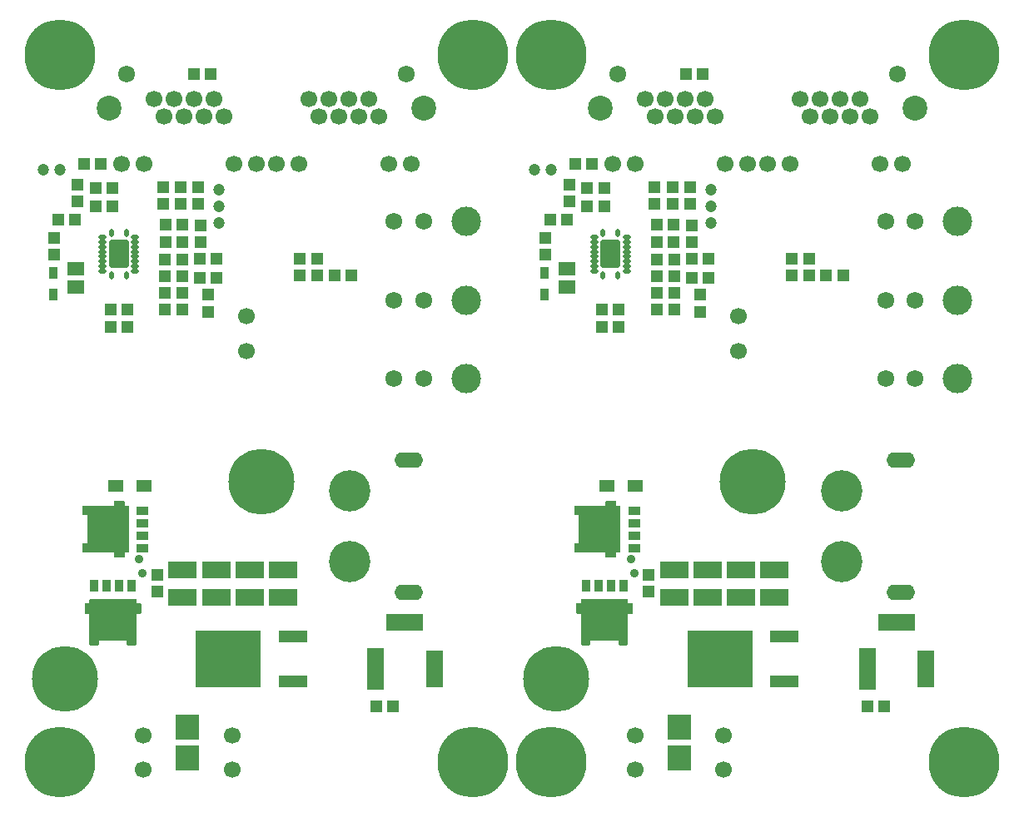
<source format=gbs>
G04*
G04 #@! TF.GenerationSoftware,Altium Limited,Altium Designer,20.0.10 (225)*
G04*
G04 Layer_Color=16711935*
%FSLAX25Y25*%
%MOIN*%
G70*
G01*
G75*
%ADD26C,0.11811*%
%ADD41R,0.13780X0.15748*%
%ADD43R,0.15748X0.13780*%
%ADD59R,0.11417X0.07087*%
%ADD60R,0.05118X0.04724*%
%ADD64R,0.04724X0.05118*%
%ADD70C,0.06787*%
%ADD71C,0.16535*%
%ADD72C,0.28347*%
%ADD73R,0.14567X0.06693*%
%ADD74R,0.06693X0.14567*%
%ADD75R,0.06693X0.16535*%
%ADD76C,0.06693*%
%ADD77C,0.09987*%
%ADD78O,0.11417X0.06299*%
%ADD79C,0.02756*%
%ADD80C,0.03543*%
%ADD81C,0.04724*%
%ADD82R,0.06693X0.05512*%
%ADD83R,0.06102X0.05118*%
%ADD84R,0.04724X0.03740*%
%ADD85R,0.03740X0.04724*%
%ADD86R,0.03740X0.04921*%
G04:AMPARAMS|DCode=87|XSize=19.68mil|YSize=33.47mil|CornerRadius=6.89mil|HoleSize=0mil|Usage=FLASHONLY|Rotation=90.000|XOffset=0mil|YOffset=0mil|HoleType=Round|Shape=RoundedRectangle|*
%AMROUNDEDRECTD87*
21,1,0.01968,0.01968,0,0,90.0*
21,1,0.00591,0.03347,0,0,90.0*
1,1,0.01378,0.00984,0.00295*
1,1,0.01378,0.00984,-0.00295*
1,1,0.01378,-0.00984,-0.00295*
1,1,0.01378,-0.00984,0.00295*
%
%ADD87ROUNDEDRECTD87*%
G04:AMPARAMS|DCode=88|XSize=19.68mil|YSize=33.47mil|CornerRadius=6.89mil|HoleSize=0mil|Usage=FLASHONLY|Rotation=180.000|XOffset=0mil|YOffset=0mil|HoleType=Round|Shape=RoundedRectangle|*
%AMROUNDEDRECTD88*
21,1,0.01968,0.01968,0,0,180.0*
21,1,0.00591,0.03347,0,0,180.0*
1,1,0.01378,-0.00295,0.00984*
1,1,0.01378,0.00295,0.00984*
1,1,0.01378,0.00295,-0.00984*
1,1,0.01378,-0.00295,-0.00984*
%
%ADD88ROUNDEDRECTD88*%
G04:AMPARAMS|DCode=89|XSize=76.77mil|YSize=116.14mil|CornerRadius=6.93mil|HoleSize=0mil|Usage=FLASHONLY|Rotation=180.000|XOffset=0mil|YOffset=0mil|HoleType=Round|Shape=RoundedRectangle|*
%AMROUNDEDRECTD89*
21,1,0.07677,0.10228,0,0,180.0*
21,1,0.06291,0.11614,0,0,180.0*
1,1,0.01386,-0.03146,0.05114*
1,1,0.01386,0.03146,0.05114*
1,1,0.01386,0.03146,-0.05114*
1,1,0.01386,-0.03146,-0.05114*
%
%ADD89ROUNDEDRECTD89*%
%ADD90R,0.11614X0.04724*%
%ADD91R,0.25984X0.22638*%
%ADD92R,0.09252X0.10433*%
%ADD93C,0.26378*%
G36*
X238260Y120371D02*
X238311Y120361D01*
X238360Y120345D01*
X238406Y120322D01*
X238449Y120293D01*
X238488Y120259D01*
X238522Y120220D01*
X238550Y120178D01*
X238573Y120131D01*
X238590Y120082D01*
X238600Y120032D01*
X238603Y119980D01*
Y118450D01*
X239882D01*
X239933Y118446D01*
X239984Y118436D01*
X240033Y118420D01*
X240079Y118397D01*
X240122Y118368D01*
X240161Y118334D01*
X240195Y118295D01*
X240224Y118252D01*
X240246Y118206D01*
X240263Y118157D01*
X240273Y118107D01*
X240276Y118055D01*
Y100079D01*
X240273Y100027D01*
X240263Y99977D01*
X240246Y99928D01*
X240224Y99882D01*
X240195Y99839D01*
X240161Y99800D01*
X240122Y99766D01*
X240079Y99737D01*
X240033Y99714D01*
X239984Y99698D01*
X239933Y99688D01*
X239882Y99684D01*
X238603D01*
Y98130D01*
X238600Y98078D01*
X238590Y98028D01*
X238573Y97979D01*
X238550Y97933D01*
X238522Y97890D01*
X238488Y97851D01*
X238449Y97817D01*
X238406Y97788D01*
X238360Y97765D01*
X238311Y97749D01*
X238260Y97739D01*
X238209Y97735D01*
X234646D01*
X234594Y97739D01*
X234544Y97749D01*
X234495Y97765D01*
X234448Y97788D01*
X234405Y97817D01*
X234367Y97851D01*
X234333Y97890D01*
X234304Y97933D01*
X234281Y97979D01*
X234265Y98028D01*
X234255Y98078D01*
X234251Y98130D01*
Y99684D01*
X222047D01*
X221996Y99688D01*
X221945Y99698D01*
X221896Y99714D01*
X221850Y99737D01*
X221807Y99766D01*
X221768Y99800D01*
X221734Y99839D01*
X221706Y99882D01*
X221683Y99928D01*
X221666Y99977D01*
X221656Y100027D01*
X221653Y100079D01*
Y103032D01*
X221656Y103083D01*
X221666Y103134D01*
X221683Y103182D01*
X221706Y103229D01*
X221734Y103272D01*
X221768Y103311D01*
X221807Y103345D01*
X221850Y103373D01*
X221896Y103396D01*
X221945Y103413D01*
X221996Y103423D01*
X222047Y103426D01*
X223523D01*
Y114684D01*
X222047D01*
X221996Y114688D01*
X221945Y114698D01*
X221896Y114714D01*
X221850Y114737D01*
X221807Y114766D01*
X221768Y114800D01*
X221734Y114839D01*
X221706Y114882D01*
X221683Y114928D01*
X221666Y114977D01*
X221656Y115027D01*
X221653Y115079D01*
Y118032D01*
X221656Y118083D01*
X221666Y118134D01*
X221683Y118183D01*
X221706Y118229D01*
X221734Y118272D01*
X221768Y118310D01*
X221807Y118344D01*
X221850Y118373D01*
X221896Y118396D01*
X221945Y118413D01*
X221996Y118423D01*
X222047Y118426D01*
X234251D01*
Y119980D01*
X234255Y120032D01*
X234265Y120082D01*
X234281Y120131D01*
X234304Y120178D01*
X234333Y120220D01*
X234367Y120259D01*
X234405Y120293D01*
X234448Y120322D01*
X234495Y120345D01*
X234544Y120361D01*
X234594Y120371D01*
X234646Y120375D01*
X238209D01*
X238260Y120371D01*
D02*
G37*
G36*
X41410D02*
X41460Y120361D01*
X41509Y120345D01*
X41556Y120322D01*
X41598Y120293D01*
X41637Y120259D01*
X41671Y120220D01*
X41700Y120178D01*
X41723Y120131D01*
X41739Y120082D01*
X41749Y120032D01*
X41753Y119980D01*
Y118450D01*
X43031D01*
X43083Y118446D01*
X43134Y118436D01*
X43183Y118420D01*
X43229Y118397D01*
X43272Y118368D01*
X43310Y118334D01*
X43345Y118295D01*
X43373Y118252D01*
X43396Y118206D01*
X43413Y118157D01*
X43423Y118107D01*
X43426Y118055D01*
Y100079D01*
X43423Y100027D01*
X43413Y99977D01*
X43396Y99928D01*
X43373Y99882D01*
X43345Y99839D01*
X43310Y99800D01*
X43272Y99766D01*
X43229Y99737D01*
X43183Y99714D01*
X43134Y99698D01*
X43083Y99688D01*
X43031Y99684D01*
X41753D01*
Y98130D01*
X41749Y98078D01*
X41739Y98028D01*
X41723Y97979D01*
X41700Y97933D01*
X41671Y97890D01*
X41637Y97851D01*
X41598Y97817D01*
X41556Y97788D01*
X41509Y97765D01*
X41460Y97749D01*
X41410Y97739D01*
X41358Y97735D01*
X37795D01*
X37744Y97739D01*
X37693Y97749D01*
X37644Y97765D01*
X37598Y97788D01*
X37555Y97817D01*
X37516Y97851D01*
X37482Y97890D01*
X37454Y97933D01*
X37431Y97979D01*
X37414Y98028D01*
X37404Y98078D01*
X37401Y98130D01*
Y99684D01*
X25197D01*
X25145Y99688D01*
X25095Y99698D01*
X25046Y99714D01*
X25000Y99737D01*
X24957Y99766D01*
X24918Y99800D01*
X24884Y99839D01*
X24855Y99882D01*
X24832Y99928D01*
X24816Y99977D01*
X24806Y100027D01*
X24802Y100079D01*
Y103032D01*
X24806Y103083D01*
X24816Y103134D01*
X24832Y103182D01*
X24855Y103229D01*
X24884Y103272D01*
X24918Y103311D01*
X24957Y103345D01*
X25000Y103373D01*
X25046Y103396D01*
X25095Y103413D01*
X25145Y103423D01*
X25197Y103426D01*
X26672D01*
Y114684D01*
X25197D01*
X25145Y114688D01*
X25095Y114698D01*
X25046Y114714D01*
X25000Y114737D01*
X24957Y114766D01*
X24918Y114800D01*
X24884Y114839D01*
X24855Y114882D01*
X24832Y114928D01*
X24816Y114977D01*
X24806Y115027D01*
X24802Y115079D01*
Y118032D01*
X24806Y118083D01*
X24816Y118134D01*
X24832Y118183D01*
X24855Y118229D01*
X24884Y118272D01*
X24918Y118310D01*
X24957Y118344D01*
X25000Y118373D01*
X25046Y118396D01*
X25095Y118413D01*
X25145Y118423D01*
X25197Y118426D01*
X37401D01*
Y119980D01*
X37404Y120032D01*
X37414Y120082D01*
X37431Y120131D01*
X37454Y120178D01*
X37482Y120220D01*
X37516Y120259D01*
X37555Y120293D01*
X37598Y120322D01*
X37644Y120345D01*
X37693Y120361D01*
X37744Y120371D01*
X37795Y120375D01*
X41358D01*
X41410Y120371D01*
D02*
G37*
G36*
X242886Y81218D02*
X242937Y81208D01*
X242986Y81191D01*
X243032Y81168D01*
X243075Y81140D01*
X243114Y81106D01*
X243148Y81067D01*
X243176Y81024D01*
X243199Y80978D01*
X243216Y80929D01*
X243226Y80878D01*
X243229Y80827D01*
Y79548D01*
X244783D01*
X244835Y79545D01*
X244886Y79535D01*
X244935Y79518D01*
X244981Y79495D01*
X245024Y79466D01*
X245062Y79432D01*
X245096Y79394D01*
X245125Y79351D01*
X245148Y79304D01*
X245165Y79256D01*
X245175Y79205D01*
X245178Y79154D01*
Y75590D01*
X245175Y75539D01*
X245165Y75488D01*
X245148Y75440D01*
X245125Y75393D01*
X245096Y75350D01*
X245062Y75312D01*
X245024Y75278D01*
X244981Y75249D01*
X244935Y75226D01*
X244886Y75209D01*
X244835Y75199D01*
X244783Y75196D01*
X243229D01*
Y62992D01*
X243226Y62941D01*
X243216Y62890D01*
X243199Y62841D01*
X243176Y62795D01*
X243148Y62752D01*
X243114Y62713D01*
X243075Y62679D01*
X243032Y62650D01*
X242986Y62628D01*
X242937Y62611D01*
X242886Y62601D01*
X242835Y62598D01*
X239882D01*
X239830Y62601D01*
X239780Y62611D01*
X239731Y62628D01*
X239685Y62650D01*
X239642Y62679D01*
X239603Y62713D01*
X239569Y62752D01*
X239540Y62795D01*
X239517Y62841D01*
X239501Y62890D01*
X239491Y62941D01*
X239487Y62992D01*
Y64468D01*
X228229D01*
Y62992D01*
X228226Y62941D01*
X228216Y62890D01*
X228199Y62841D01*
X228176Y62795D01*
X228148Y62752D01*
X228114Y62713D01*
X228075Y62679D01*
X228032Y62650D01*
X227986Y62628D01*
X227937Y62611D01*
X227886Y62601D01*
X227835Y62598D01*
X224882D01*
X224830Y62601D01*
X224780Y62611D01*
X224731Y62628D01*
X224685Y62650D01*
X224642Y62679D01*
X224603Y62713D01*
X224569Y62752D01*
X224540Y62795D01*
X224517Y62841D01*
X224501Y62890D01*
X224491Y62941D01*
X224487Y62992D01*
Y75196D01*
X222933D01*
X222882Y75199D01*
X222831Y75209D01*
X222782Y75226D01*
X222736Y75249D01*
X222693Y75278D01*
X222654Y75312D01*
X222620Y75350D01*
X222591Y75393D01*
X222569Y75440D01*
X222552Y75488D01*
X222542Y75539D01*
X222538Y75590D01*
Y79154D01*
X222542Y79205D01*
X222552Y79256D01*
X222569Y79304D01*
X222591Y79351D01*
X222620Y79394D01*
X222654Y79432D01*
X222693Y79466D01*
X222736Y79495D01*
X222782Y79518D01*
X222831Y79535D01*
X222882Y79545D01*
X222933Y79548D01*
X224464D01*
Y80827D01*
X224467Y80878D01*
X224477Y80929D01*
X224494Y80978D01*
X224517Y81024D01*
X224545Y81067D01*
X224579Y81106D01*
X224618Y81140D01*
X224661Y81168D01*
X224707Y81191D01*
X224756Y81208D01*
X224807Y81218D01*
X224858Y81221D01*
X242835D01*
X242886Y81218D01*
D02*
G37*
G36*
X46036D02*
X46086Y81208D01*
X46135Y81191D01*
X46181Y81168D01*
X46224Y81140D01*
X46263Y81106D01*
X46297Y81067D01*
X46326Y81024D01*
X46349Y80978D01*
X46365Y80929D01*
X46375Y80878D01*
X46379Y80827D01*
Y79548D01*
X47933D01*
X47985Y79545D01*
X48035Y79535D01*
X48084Y79518D01*
X48130Y79495D01*
X48173Y79466D01*
X48212Y79432D01*
X48246Y79394D01*
X48275Y79351D01*
X48298Y79304D01*
X48314Y79256D01*
X48324Y79205D01*
X48328Y79154D01*
Y75590D01*
X48324Y75539D01*
X48314Y75488D01*
X48298Y75440D01*
X48275Y75393D01*
X48246Y75350D01*
X48212Y75312D01*
X48173Y75278D01*
X48130Y75249D01*
X48084Y75226D01*
X48035Y75209D01*
X47985Y75199D01*
X47933Y75196D01*
X46379D01*
Y62992D01*
X46375Y62941D01*
X46365Y62890D01*
X46349Y62841D01*
X46326Y62795D01*
X46297Y62752D01*
X46263Y62713D01*
X46224Y62679D01*
X46181Y62650D01*
X46135Y62628D01*
X46086Y62611D01*
X46036Y62601D01*
X45984Y62598D01*
X43031D01*
X42980Y62601D01*
X42929Y62611D01*
X42880Y62628D01*
X42834Y62650D01*
X42791Y62679D01*
X42753Y62713D01*
X42718Y62752D01*
X42690Y62795D01*
X42667Y62841D01*
X42650Y62890D01*
X42640Y62941D01*
X42637Y62992D01*
Y64468D01*
X31379D01*
Y62992D01*
X31375Y62941D01*
X31365Y62890D01*
X31349Y62841D01*
X31326Y62795D01*
X31297Y62752D01*
X31263Y62713D01*
X31224Y62679D01*
X31181Y62650D01*
X31135Y62628D01*
X31086Y62611D01*
X31036Y62601D01*
X30984Y62598D01*
X28032D01*
X27980Y62601D01*
X27929Y62611D01*
X27880Y62628D01*
X27834Y62650D01*
X27791Y62679D01*
X27753Y62713D01*
X27718Y62752D01*
X27690Y62795D01*
X27667Y62841D01*
X27650Y62890D01*
X27640Y62941D01*
X27637Y62992D01*
Y75196D01*
X26083D01*
X26031Y75199D01*
X25981Y75209D01*
X25932Y75226D01*
X25885Y75249D01*
X25842Y75278D01*
X25804Y75312D01*
X25770Y75350D01*
X25741Y75393D01*
X25718Y75440D01*
X25702Y75488D01*
X25692Y75539D01*
X25688Y75590D01*
Y79154D01*
X25692Y79205D01*
X25702Y79256D01*
X25718Y79304D01*
X25741Y79351D01*
X25770Y79394D01*
X25804Y79432D01*
X25842Y79466D01*
X25885Y79495D01*
X25932Y79518D01*
X25981Y79535D01*
X26031Y79545D01*
X26083Y79548D01*
X27613D01*
Y80827D01*
X27617Y80878D01*
X27627Y80929D01*
X27643Y80978D01*
X27666Y81024D01*
X27695Y81067D01*
X27729Y81106D01*
X27768Y81140D01*
X27811Y81168D01*
X27857Y81191D01*
X27906Y81208D01*
X27956Y81218D01*
X28008Y81221D01*
X45984D01*
X46036Y81218D01*
D02*
G37*
D26*
X375197Y232283D02*
D03*
Y200787D02*
D03*
Y169291D02*
D03*
X178347Y232283D02*
D03*
Y200787D02*
D03*
Y169291D02*
D03*
D41*
X231890Y109055D02*
D03*
X35039D02*
D03*
D43*
X233858Y72835D02*
D03*
X37008D02*
D03*
D59*
X261811Y92913D02*
D03*
Y81890D02*
D03*
X275197Y92913D02*
D03*
Y81890D02*
D03*
X288583Y92913D02*
D03*
Y81890D02*
D03*
X301969Y92913D02*
D03*
Y81890D02*
D03*
X64961Y92913D02*
D03*
Y81890D02*
D03*
X78347Y92913D02*
D03*
Y81890D02*
D03*
X91732Y92913D02*
D03*
Y81890D02*
D03*
X105118Y92913D02*
D03*
Y81890D02*
D03*
D60*
X254724Y197047D02*
D03*
Y203740D02*
D03*
X308661Y210827D02*
D03*
Y217520D02*
D03*
X315748Y217520D02*
D03*
Y210827D02*
D03*
X254724Y217126D02*
D03*
Y210433D02*
D03*
X261811Y210433D02*
D03*
Y217126D02*
D03*
X210236Y225787D02*
D03*
Y219094D02*
D03*
X272047Y202953D02*
D03*
Y196260D02*
D03*
X261811Y197047D02*
D03*
Y203740D02*
D03*
X253937Y246260D02*
D03*
Y239567D02*
D03*
X268110Y246260D02*
D03*
Y239567D02*
D03*
X219685Y240354D02*
D03*
Y247047D02*
D03*
X268898Y230906D02*
D03*
Y224213D02*
D03*
X261024Y239567D02*
D03*
Y246260D02*
D03*
X251575Y84055D02*
D03*
Y90748D02*
D03*
X57874Y197047D02*
D03*
Y203740D02*
D03*
X111811Y210827D02*
D03*
Y217520D02*
D03*
X118898Y217520D02*
D03*
Y210827D02*
D03*
X57874Y217126D02*
D03*
Y210433D02*
D03*
X64961Y210433D02*
D03*
Y217126D02*
D03*
X13386Y225787D02*
D03*
Y219094D02*
D03*
X75197Y202953D02*
D03*
Y196260D02*
D03*
X64961Y197047D02*
D03*
Y203740D02*
D03*
X57087Y246260D02*
D03*
Y239567D02*
D03*
X71260Y246260D02*
D03*
Y239567D02*
D03*
X22835Y240354D02*
D03*
Y247047D02*
D03*
X72047Y230906D02*
D03*
Y224213D02*
D03*
X64173Y239567D02*
D03*
Y246260D02*
D03*
X54724Y84055D02*
D03*
Y90748D02*
D03*
D64*
X266339Y291339D02*
D03*
X273031D02*
D03*
X339173Y38189D02*
D03*
X345866D02*
D03*
X222244Y255512D02*
D03*
X228937D02*
D03*
X254921Y231102D02*
D03*
X261614D02*
D03*
X268701Y209842D02*
D03*
X275394D02*
D03*
X239567Y190157D02*
D03*
X232874D02*
D03*
X226969Y245669D02*
D03*
X233661D02*
D03*
X322638Y210630D02*
D03*
X329331D02*
D03*
X275394Y217323D02*
D03*
X268701D02*
D03*
X254921Y224016D02*
D03*
X261614D02*
D03*
X239567Y197244D02*
D03*
X232874D02*
D03*
X218701Y233071D02*
D03*
X212008D02*
D03*
X226969Y238583D02*
D03*
X233661D02*
D03*
X69488Y291339D02*
D03*
X76181D02*
D03*
X142323Y38189D02*
D03*
X149016D02*
D03*
X25394Y255512D02*
D03*
X32087D02*
D03*
X58071Y231102D02*
D03*
X64764D02*
D03*
X71850Y209842D02*
D03*
X78543D02*
D03*
X42717Y190157D02*
D03*
X36024D02*
D03*
X30118Y245669D02*
D03*
X36811D02*
D03*
X125787Y210630D02*
D03*
X132480D02*
D03*
X78543Y217323D02*
D03*
X71850D02*
D03*
X58071Y224016D02*
D03*
X64764D02*
D03*
X42717Y197244D02*
D03*
X36024D02*
D03*
X21850Y233071D02*
D03*
X15157D02*
D03*
X30118Y238583D02*
D03*
X36811D02*
D03*
D70*
X358189Y232283D02*
D03*
X346378D02*
D03*
X358189Y200787D02*
D03*
X346378D02*
D03*
X358189Y169291D02*
D03*
X346378D02*
D03*
X239276Y291339D02*
D03*
X351276D02*
D03*
X161339Y232283D02*
D03*
X149528D02*
D03*
X161339Y200787D02*
D03*
X149528D02*
D03*
X161339Y169291D02*
D03*
X149528D02*
D03*
X42425Y291339D02*
D03*
X154425D02*
D03*
D71*
X328740Y96063D02*
D03*
Y124409D02*
D03*
X131890Y96063D02*
D03*
Y124409D02*
D03*
D72*
X212598Y15748D02*
D03*
Y299213D02*
D03*
X377953D02*
D03*
Y15748D02*
D03*
X15748D02*
D03*
Y299213D02*
D03*
X181102D02*
D03*
Y15748D02*
D03*
D73*
X350787Y71653D02*
D03*
X153937D02*
D03*
D74*
X362598Y53150D02*
D03*
X165748D02*
D03*
D75*
X338976D02*
D03*
X142126D02*
D03*
D76*
X287402Y180512D02*
D03*
Y194291D02*
D03*
X246063Y26575D02*
D03*
Y12795D02*
D03*
X281496Y26575D02*
D03*
Y12795D02*
D03*
X250276Y281339D02*
D03*
X254276Y274339D02*
D03*
X258276Y281339D02*
D03*
X262276Y274339D02*
D03*
X266276Y281339D02*
D03*
X270276Y274339D02*
D03*
X274276Y281339D02*
D03*
X278276Y274339D02*
D03*
X237276Y255339D02*
D03*
X246276D02*
D03*
X282276D02*
D03*
X291276D02*
D03*
X312276Y281339D02*
D03*
X316276Y274339D02*
D03*
X320276Y281339D02*
D03*
X324276Y274339D02*
D03*
X328276Y281339D02*
D03*
X332276Y274339D02*
D03*
X336276Y281339D02*
D03*
X340276Y274339D02*
D03*
X299276Y255339D02*
D03*
X308276D02*
D03*
X344276D02*
D03*
X353276D02*
D03*
X90551Y180512D02*
D03*
Y194291D02*
D03*
X49213Y26575D02*
D03*
Y12795D02*
D03*
X84646Y26575D02*
D03*
Y12795D02*
D03*
X53425Y281339D02*
D03*
X57425Y274339D02*
D03*
X61425Y281339D02*
D03*
X65425Y274339D02*
D03*
X69425Y281339D02*
D03*
X73425Y274339D02*
D03*
X77425Y281339D02*
D03*
X81425Y274339D02*
D03*
X40425Y255339D02*
D03*
X49425D02*
D03*
X85425D02*
D03*
X94425D02*
D03*
X115425Y281339D02*
D03*
X119425Y274339D02*
D03*
X123425Y281339D02*
D03*
X127425Y274339D02*
D03*
X131425Y281339D02*
D03*
X135425Y274339D02*
D03*
X139425Y281339D02*
D03*
X143425Y274339D02*
D03*
X102425Y255339D02*
D03*
X111425D02*
D03*
X147425D02*
D03*
X156425D02*
D03*
D77*
X232276Y277839D02*
D03*
X358276D02*
D03*
X35425D02*
D03*
X161425D02*
D03*
D78*
X352362Y83661D02*
D03*
Y136811D02*
D03*
X155512Y83661D02*
D03*
Y136811D02*
D03*
D79*
X233858Y219291D02*
D03*
X236221Y214961D02*
D03*
Y223622D02*
D03*
X37008Y219291D02*
D03*
X39370Y214961D02*
D03*
Y223622D02*
D03*
D80*
X245669Y91339D02*
D03*
X244488Y97244D02*
D03*
X48819Y91339D02*
D03*
X47638Y97244D02*
D03*
D81*
X276378Y231890D02*
D03*
Y238583D02*
D03*
X205906Y253150D02*
D03*
X276378Y245276D02*
D03*
X212598Y253150D02*
D03*
X79528Y231890D02*
D03*
Y238583D02*
D03*
X9055Y253150D02*
D03*
X79528Y245276D02*
D03*
X15748Y253150D02*
D03*
D82*
X218898Y213583D02*
D03*
Y206102D02*
D03*
X22047Y213583D02*
D03*
Y206102D02*
D03*
D83*
X234941Y126378D02*
D03*
X246161D02*
D03*
X38091D02*
D03*
X49311D02*
D03*
D84*
X245650Y101555D02*
D03*
Y106555D02*
D03*
Y116555D02*
D03*
Y111555D02*
D03*
X48799Y101555D02*
D03*
Y106555D02*
D03*
Y116555D02*
D03*
Y111555D02*
D03*
D85*
X241358Y86594D02*
D03*
X236358D02*
D03*
X226358D02*
D03*
X231358D02*
D03*
X44508D02*
D03*
X39508D02*
D03*
X29508D02*
D03*
X34508D02*
D03*
D86*
X209842Y203248D02*
D03*
Y211713D02*
D03*
X12992Y203248D02*
D03*
Y211713D02*
D03*
D87*
X242717Y226181D02*
D03*
Y224213D02*
D03*
Y222244D02*
D03*
Y220276D02*
D03*
Y218307D02*
D03*
Y216339D02*
D03*
Y214370D02*
D03*
Y212402D02*
D03*
X229724D02*
D03*
Y214370D02*
D03*
Y216339D02*
D03*
Y218307D02*
D03*
Y220276D02*
D03*
Y222244D02*
D03*
Y224213D02*
D03*
Y226181D02*
D03*
X45866D02*
D03*
Y224213D02*
D03*
Y222244D02*
D03*
Y220276D02*
D03*
Y218307D02*
D03*
Y216339D02*
D03*
Y214370D02*
D03*
Y212402D02*
D03*
X32874D02*
D03*
Y214370D02*
D03*
Y216339D02*
D03*
Y218307D02*
D03*
Y220276D02*
D03*
Y222244D02*
D03*
Y224213D02*
D03*
Y226181D02*
D03*
D88*
X239173Y210827D02*
D03*
X233268D02*
D03*
Y227756D02*
D03*
X239173D02*
D03*
X42323Y210827D02*
D03*
X36417D02*
D03*
Y227756D02*
D03*
X42323D02*
D03*
D89*
X236221Y219291D02*
D03*
X39370D02*
D03*
D90*
X305906Y66102D02*
D03*
Y48071D02*
D03*
X109055Y66102D02*
D03*
Y48071D02*
D03*
D91*
X280118Y57087D02*
D03*
X83268D02*
D03*
D92*
X263779Y29823D02*
D03*
Y17421D02*
D03*
X66929Y29823D02*
D03*
Y17421D02*
D03*
D93*
X214567Y49213D02*
D03*
X293307Y127953D02*
D03*
X17717Y49213D02*
D03*
X96457Y127953D02*
D03*
M02*

</source>
